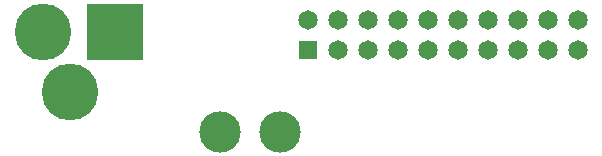
<source format=gbr>
%TF.GenerationSoftware,KiCad,Pcbnew,(5.1.6)-1*%
%TF.CreationDate,2021-12-15T21:29:54+00:00*%
%TF.ProjectId,elegoo_mars_heater,656c6567-6f6f-45f6-9d61-72735f686561,rev?*%
%TF.SameCoordinates,Original*%
%TF.FileFunction,Copper,L2,Bot*%
%TF.FilePolarity,Positive*%
%FSLAX46Y46*%
G04 Gerber Fmt 4.6, Leading zero omitted, Abs format (unit mm)*
G04 Created by KiCad (PCBNEW (5.1.6)-1) date 2021-12-15 21:29:54*
%MOMM*%
%LPD*%
G01*
G04 APERTURE LIST*
%TA.AperFunction,ComponentPad*%
%ADD10C,3.500120*%
%TD*%
%TA.AperFunction,ComponentPad*%
%ADD11C,4.800000*%
%TD*%
%TA.AperFunction,ComponentPad*%
%ADD12R,4.800000X4.800000*%
%TD*%
%TA.AperFunction,ComponentPad*%
%ADD13C,1.650000*%
%TD*%
%TA.AperFunction,ComponentPad*%
%ADD14R,1.650000X1.650000*%
%TD*%
G04 APERTURE END LIST*
D10*
%TO.P,SW1,1*%
%TO.N,Net-(J1-Pad2)*%
X35420000Y-32000000D03*
X40500000Y-32000000D03*
%TD*%
D11*
%TO.P,J1,2*%
%TO.N,Net-(J1-Pad2)*%
X20400000Y-23588000D03*
D12*
%TO.P,J1,1*%
%TO.N,+12V*%
X26500000Y-23588000D03*
D11*
%TO.P,J1,3*%
%TO.N,Net-(J1-Pad2)*%
X22690000Y-28668000D03*
%TD*%
D13*
%TO.P,J2,20*%
%TO.N,+12V*%
X65740000Y-22588000D03*
%TO.P,J2,19*%
%TO.N,Net-(J2-Pad1)*%
X65740000Y-25128000D03*
%TO.P,J2,18*%
%TO.N,+12V*%
X63200000Y-22588000D03*
%TO.P,J2,17*%
%TO.N,Net-(J2-Pad1)*%
X63200000Y-25128000D03*
%TO.P,J2,16*%
%TO.N,+12V*%
X60660000Y-22588000D03*
%TO.P,J2,15*%
%TO.N,Net-(J2-Pad1)*%
X60660000Y-25128000D03*
%TO.P,J2,14*%
%TO.N,+12V*%
X58120000Y-22588000D03*
%TO.P,J2,13*%
%TO.N,Net-(J2-Pad1)*%
X58120000Y-25128000D03*
%TO.P,J2,12*%
%TO.N,+12V*%
X55580000Y-22588000D03*
%TO.P,J2,11*%
%TO.N,Net-(J2-Pad1)*%
X55580000Y-25128000D03*
%TO.P,J2,10*%
%TO.N,+12V*%
X53040000Y-22588000D03*
%TO.P,J2,9*%
%TO.N,Net-(J2-Pad1)*%
X53040000Y-25128000D03*
%TO.P,J2,8*%
%TO.N,+12V*%
X50500000Y-22588000D03*
%TO.P,J2,7*%
%TO.N,Net-(J2-Pad1)*%
X50500000Y-25128000D03*
%TO.P,J2,6*%
%TO.N,+12V*%
X47960000Y-22588000D03*
%TO.P,J2,5*%
%TO.N,Net-(J2-Pad1)*%
X47960000Y-25128000D03*
%TO.P,J2,4*%
%TO.N,+12V*%
X45420000Y-22588000D03*
%TO.P,J2,3*%
%TO.N,Net-(J2-Pad1)*%
X45420000Y-25128000D03*
%TO.P,J2,2*%
%TO.N,+12V*%
X42880000Y-22588000D03*
D14*
%TO.P,J2,1*%
%TO.N,Net-(J2-Pad1)*%
X42880000Y-25128000D03*
%TD*%
M02*

</source>
